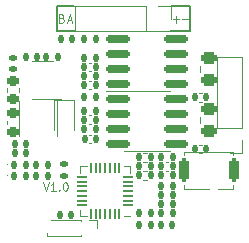
<source format=gbr>
%TF.GenerationSoftware,KiCad,Pcbnew,(6.0.7)*%
%TF.CreationDate,2024-01-02T21:25:37+08:00*%
%TF.ProjectId,stepper-motor-20,73746570-7065-4722-9d6d-6f746f722d32,1*%
%TF.SameCoordinates,PX6979f40PYa1135a0*%
%TF.FileFunction,Legend,Top*%
%TF.FilePolarity,Positive*%
%FSLAX46Y46*%
G04 Gerber Fmt 4.6, Leading zero omitted, Abs format (unit mm)*
G04 Created by KiCad (PCBNEW (6.0.7)) date 2024-01-02 21:25:37*
%MOMM*%
%LPD*%
G01*
G04 APERTURE LIST*
G04 Aperture macros list*
%AMRoundRect*
0 Rectangle with rounded corners*
0 $1 Rounding radius*
0 $2 $3 $4 $5 $6 $7 $8 $9 X,Y pos of 4 corners*
0 Add a 4 corners polygon primitive as box body*
4,1,4,$2,$3,$4,$5,$6,$7,$8,$9,$2,$3,0*
0 Add four circle primitives for the rounded corners*
1,1,$1+$1,$2,$3*
1,1,$1+$1,$4,$5*
1,1,$1+$1,$6,$7*
1,1,$1+$1,$8,$9*
0 Add four rect primitives between the rounded corners*
20,1,$1+$1,$2,$3,$4,$5,0*
20,1,$1+$1,$4,$5,$6,$7,0*
20,1,$1+$1,$6,$7,$8,$9,0*
20,1,$1+$1,$8,$9,$2,$3,0*%
G04 Aperture macros list end*
%ADD10C,0.150000*%
%ADD11C,0.100000*%
%ADD12C,0.120000*%
%ADD13RoundRect,0.147500X0.147500X0.172500X-0.147500X0.172500X-0.147500X-0.172500X0.147500X-0.172500X0*%
%ADD14RoundRect,0.147500X-0.147500X-0.172500X0.147500X-0.172500X0.147500X0.172500X-0.147500X0.172500X0*%
%ADD15RoundRect,0.147500X-0.172500X0.147500X-0.172500X-0.147500X0.172500X-0.147500X0.172500X0.147500X0*%
%ADD16RoundRect,0.140000X-0.140000X-0.170000X0.140000X-0.170000X0.140000X0.170000X-0.140000X0.170000X0*%
%ADD17RoundRect,0.140000X0.140000X0.170000X-0.140000X0.170000X-0.140000X-0.170000X0.140000X-0.170000X0*%
%ADD18RoundRect,0.225000X-0.250000X0.225000X-0.250000X-0.225000X0.250000X-0.225000X0.250000X0.225000X0*%
%ADD19R,0.450000X0.600000*%
%ADD20C,0.600000*%
%ADD21C,3.600000*%
%ADD22R,0.850000X0.850000*%
%ADD23O,0.850000X0.850000*%
%ADD24R,1.350000X1.350000*%
%ADD25O,1.350000X1.350000*%
%ADD26R,2.700000X0.800000*%
%ADD27RoundRect,0.243750X0.456250X-0.243750X0.456250X0.243750X-0.456250X0.243750X-0.456250X-0.243750X0*%
%ADD28RoundRect,0.147500X0.172500X-0.147500X0.172500X0.147500X-0.172500X0.147500X-0.172500X-0.147500X0*%
%ADD29RoundRect,0.050000X0.387500X0.050000X-0.387500X0.050000X-0.387500X-0.050000X0.387500X-0.050000X0*%
%ADD30RoundRect,0.050000X0.050000X0.387500X-0.050000X0.387500X-0.050000X-0.387500X0.050000X-0.387500X0*%
%ADD31R,2.600000X2.600000*%
%ADD32RoundRect,0.150000X-0.825000X-0.150000X0.825000X-0.150000X0.825000X0.150000X-0.825000X0.150000X0*%
%ADD33R,2.410000X3.300000*%
%ADD34R,1.060000X0.650000*%
%ADD35RoundRect,0.135000X-0.135000X-0.185000X0.135000X-0.185000X0.135000X0.185000X-0.135000X0.185000X0*%
%ADD36RoundRect,0.200000X-0.200000X-0.800000X0.200000X-0.800000X0.200000X0.800000X-0.200000X0.800000X0*%
%ADD37RoundRect,0.135000X0.135000X0.185000X-0.135000X0.185000X-0.135000X-0.185000X0.135000X-0.185000X0*%
%ADD38RoundRect,0.225000X0.250000X-0.225000X0.250000X0.225000X-0.250000X0.225000X-0.250000X-0.225000X0*%
G04 APERTURE END LIST*
D10*
X4419600Y19507200D02*
X4419600Y17373600D01*
X14060000Y19509200D02*
X15697200Y19507200D01*
X5892800Y19507200D02*
X4419600Y19507200D01*
X15697200Y19507200D02*
X15697200Y17424400D01*
X15697200Y17424400D02*
X14013000Y17419000D01*
X4419600Y17373600D02*
X5940000Y17389200D01*
D11*
X14211333Y18390400D02*
X14744666Y18390400D01*
X14478000Y18123734D02*
X14478000Y18657067D01*
X4825200Y18490400D02*
X4925200Y18457067D01*
X4958533Y18423734D01*
X4991866Y18357067D01*
X4991866Y18257067D01*
X4958533Y18190400D01*
X4925200Y18157067D01*
X4858533Y18123734D01*
X4591866Y18123734D01*
X4591866Y18823734D01*
X4825200Y18823734D01*
X4891866Y18790400D01*
X4925200Y18757067D01*
X4958533Y18690400D01*
X4958533Y18623734D01*
X4925200Y18557067D01*
X4891866Y18523734D01*
X4825200Y18490400D01*
X4591866Y18490400D01*
X3251333Y4599734D02*
X3484666Y3899734D01*
X3718000Y4599734D01*
X4318000Y3899734D02*
X3918000Y3899734D01*
X4118000Y3899734D02*
X4118000Y4599734D01*
X4051333Y4499734D01*
X3984666Y4433067D01*
X3918000Y4399734D01*
X4618000Y3966400D02*
X4651333Y3933067D01*
X4618000Y3899734D01*
X4584666Y3933067D01*
X4618000Y3966400D01*
X4618000Y3899734D01*
X5084666Y4599734D02*
X5151333Y4599734D01*
X5218000Y4566400D01*
X5251333Y4533067D01*
X5284666Y4466400D01*
X5318000Y4333067D01*
X5318000Y4166400D01*
X5284666Y4033067D01*
X5251333Y3966400D01*
X5218000Y3933067D01*
X5151333Y3899734D01*
X5084666Y3899734D01*
X5018000Y3933067D01*
X4984666Y3966400D01*
X4951333Y4033067D01*
X4918000Y4166400D01*
X4918000Y4333067D01*
X4951333Y4466400D01*
X4984666Y4533067D01*
X5018000Y4566400D01*
X5084666Y4599734D01*
X14973333Y18390400D02*
X15506666Y18390400D01*
X5319733Y18323734D02*
X5653066Y18323734D01*
X5253066Y18123734D02*
X5486400Y18823734D01*
X5719733Y18123734D01*
D12*
%TO.C,C12*%
X7126364Y9546000D02*
X7342036Y9546000D01*
X7126364Y10266000D02*
X7342036Y10266000D01*
%TO.C,C16*%
X7128764Y8640400D02*
X7344436Y8640400D01*
X7128764Y7920400D02*
X7344436Y7920400D01*
%TO.C,C19*%
X16668636Y7776800D02*
X16452964Y7776800D01*
X16668636Y7056800D02*
X16452964Y7056800D01*
%TO.C,C20*%
X16668636Y12145600D02*
X16452964Y12145600D01*
X16668636Y11425600D02*
X16452964Y11425600D01*
%TO.C,C24*%
X201200Y9810180D02*
X201200Y9529020D01*
X1221200Y9810180D02*
X1221200Y9529020D01*
%TO.C,C26*%
X13846836Y6303600D02*
X13631164Y6303600D01*
X13846836Y5583600D02*
X13631164Y5583600D01*
D11*
%TO.C,D1*%
X253000Y5159000D02*
G75*
G03*
X253000Y5159000I-50000J0D01*
G01*
%TO.C,D2*%
X253000Y6096000D02*
G75*
G03*
X253000Y6096000I-50000J0D01*
G01*
D12*
%TO.C,D3*%
X5879200Y11609200D02*
X4179200Y11609200D01*
X5879200Y11609200D02*
X5879200Y9059200D01*
X4179200Y11609200D02*
X4179200Y9059200D01*
%TO.C,J2*%
X7847800Y1406200D02*
X7847800Y711200D01*
X6477800Y16200D02*
X3602800Y16200D01*
X3602800Y1406200D02*
X3602800Y1105693D01*
X6477800Y1406200D02*
X3602800Y1406200D01*
X6477800Y102924D02*
X6477800Y16200D01*
X7162800Y1406200D02*
X7847800Y1406200D01*
X6477800Y1406200D02*
X6477800Y1319476D01*
X3602800Y316707D02*
X3602800Y16200D01*
%TO.C,J3*%
X20110000Y9176000D02*
X17990000Y9176000D01*
X20110000Y9176000D02*
X20110000Y15236000D01*
X20110000Y15236000D02*
X17990000Y15236000D01*
X20110000Y8176000D02*
X20110000Y7116000D01*
X17990000Y9176000D02*
X17990000Y15236000D01*
X20110000Y7116000D02*
X19050000Y7116000D01*
%TO.C,L1*%
X1244800Y11525200D02*
X1244800Y8525200D01*
X4444800Y11525200D02*
X4444800Y8525200D01*
%TO.C,R10*%
X16562000Y13965422D02*
X16562000Y14482578D01*
X17982000Y13965422D02*
X17982000Y14482578D01*
%TO.C,R11*%
X17982000Y9647422D02*
X17982000Y10164578D01*
X16562000Y9647422D02*
X16562000Y10164578D01*
%TO.C,U2*%
X10619000Y5970800D02*
X10619000Y5420800D01*
X6399000Y5970800D02*
X6399000Y5420800D01*
X10069000Y1750800D02*
X10619000Y1750800D01*
X6949000Y1750800D02*
X6399000Y1750800D01*
X10069000Y5970800D02*
X10619000Y5970800D01*
X6399000Y1750800D02*
X6399000Y2300800D01*
X6949000Y5970800D02*
X6399000Y5970800D01*
%TO.C,U3*%
X12063000Y12299000D02*
X10113000Y12299000D01*
X12063000Y17419000D02*
X14013000Y17419000D01*
X12063000Y12299000D02*
X14013000Y12299000D01*
X12063000Y17419000D02*
X8613000Y17419000D01*
%TO.C,U4*%
X12065000Y7219000D02*
X10115000Y7219000D01*
X12065000Y12339000D02*
X14015000Y12339000D01*
X12065000Y7219000D02*
X14015000Y7219000D01*
X12065000Y12339000D02*
X8615000Y12339000D01*
%TO.C,U5*%
X4075000Y14886400D02*
X2275000Y14886400D01*
X2275000Y11666400D02*
X4725000Y11666400D01*
%TO.C,R17*%
X11733559Y4801600D02*
X12040841Y4801600D01*
X11733559Y5561600D02*
X12040841Y5561600D01*
%TO.C,J1*%
X12000000Y19509200D02*
X12000000Y17389200D01*
X12000000Y17389200D02*
X5940000Y17389200D01*
X5940000Y19509200D02*
X5940000Y17389200D01*
X14060000Y19509200D02*
X14060000Y18449200D01*
X12000000Y19509200D02*
X5940000Y19509200D01*
X13000000Y19509200D02*
X14060000Y19509200D01*
%TO.C,C15*%
X7108164Y13187000D02*
X7323836Y13187000D01*
X7108164Y12467000D02*
X7323836Y12467000D01*
%TO.C,C11*%
X7108164Y13991000D02*
X7323836Y13991000D01*
X7108164Y14711000D02*
X7323836Y14711000D01*
%TO.C,SW1*%
X19342000Y4068800D02*
X15202000Y4068800D01*
X19342000Y7208800D02*
X19342000Y6908800D01*
X15202000Y6908800D02*
X15202000Y7208800D01*
X19342000Y4368800D02*
X19342000Y4068800D01*
X15202000Y7208800D02*
X19342000Y7208800D01*
X15202000Y4068800D02*
X15202000Y4368800D01*
%TO.C,C27*%
X11759364Y5583600D02*
X11975036Y5583600D01*
X11759364Y6303600D02*
X11975036Y6303600D01*
%TO.C,NTC1*%
X12040841Y6325600D02*
X11733559Y6325600D01*
X12040841Y7085600D02*
X11733559Y7085600D01*
%TO.C,C23*%
X201200Y12272220D02*
X201200Y12553380D01*
X1221200Y12272220D02*
X1221200Y12553380D01*
%TD*%
%LPC*%
D13*
%TO.C,C3*%
X14224000Y1981200D03*
X13254000Y1981200D03*
%TD*%
D14*
%TO.C,C4*%
X6728600Y11836400D03*
X7698600Y11836400D03*
%TD*%
%TO.C,C5*%
X4645800Y1828800D03*
X5615800Y1828800D03*
%TD*%
D15*
%TO.C,C6*%
X4978400Y6123800D03*
X4978400Y5153800D03*
%TD*%
D14*
%TO.C,C7*%
X11402200Y1016000D03*
X12372200Y1016000D03*
%TD*%
%TO.C,C8*%
X13254000Y4318000D03*
X14224000Y4318000D03*
%TD*%
D13*
%TO.C,C9*%
X14201000Y1016000D03*
X13231000Y1016000D03*
%TD*%
D14*
%TO.C,C10*%
X4747400Y16764000D03*
X5717400Y16764000D03*
%TD*%
D16*
%TO.C,C12*%
X6754200Y9906000D03*
X7714200Y9906000D03*
%TD*%
%TO.C,C16*%
X6756600Y8280400D03*
X7716600Y8280400D03*
%TD*%
D17*
%TO.C,C19*%
X17040800Y7416800D03*
X16080800Y7416800D03*
%TD*%
%TO.C,C20*%
X17040800Y11785600D03*
X16080800Y11785600D03*
%TD*%
D18*
%TO.C,C24*%
X711200Y10444600D03*
X711200Y8894600D03*
%TD*%
D17*
%TO.C,C26*%
X14219000Y5943600D03*
X13259000Y5943600D03*
%TD*%
D14*
%TO.C,D1*%
X808000Y5159000D03*
X1778000Y5159000D03*
%TD*%
%TO.C,D2*%
X808000Y6096000D03*
X1778000Y6096000D03*
%TD*%
D19*
%TO.C,D3*%
X5029200Y11159200D03*
X5029200Y9059200D03*
%TD*%
D20*
%TO.C,H1*%
X16582400Y3265200D03*
X17700000Y3773200D03*
X17700000Y826800D03*
X19173200Y2300000D03*
X18665200Y1182400D03*
X18665200Y3417600D03*
X16633200Y1284000D03*
X16226800Y2300000D03*
D21*
X17700000Y2300000D03*
%TD*%
D20*
%TO.C,H2*%
X2300000Y19173200D03*
X3265200Y16582400D03*
D21*
X2300000Y17700000D03*
D20*
X2300000Y16226800D03*
X3773200Y17700000D03*
X826800Y17700000D03*
X1233200Y16684000D03*
X3265200Y18817600D03*
X1182400Y18665200D03*
%TD*%
D21*
%TO.C,H3*%
X17700000Y17700000D03*
D20*
X18665200Y16582400D03*
X18665200Y18817600D03*
X16633200Y16684000D03*
X16226800Y17700000D03*
X17700000Y16226800D03*
X16582400Y18665200D03*
X17700000Y19173200D03*
X19173200Y17700000D03*
%TD*%
D22*
%TO.C,J2*%
X7162800Y711200D03*
D23*
X6162800Y711200D03*
X5162800Y711200D03*
X4162800Y711200D03*
%TD*%
D24*
%TO.C,J3*%
X19050000Y8176000D03*
D25*
X19050000Y10176000D03*
X19050000Y12176000D03*
X19050000Y14176000D03*
%TD*%
D26*
%TO.C,L1*%
X2844800Y11125200D03*
X2844800Y8925200D03*
%TD*%
D14*
%TO.C,R2*%
X2671000Y6096000D03*
X3641000Y6096000D03*
%TD*%
D13*
%TO.C,R3*%
X14224000Y2758200D03*
X13254000Y2758200D03*
%TD*%
D14*
%TO.C,R4*%
X11402200Y1981200D03*
X12372200Y1981200D03*
%TD*%
%TO.C,R5*%
X13254000Y3530000D03*
X14224000Y3530000D03*
%TD*%
%TO.C,R7*%
X6751600Y10668000D03*
X7721600Y10668000D03*
%TD*%
%TO.C,R9*%
X6751600Y9093200D03*
X7721600Y9093200D03*
%TD*%
D27*
%TO.C,R10*%
X17272000Y13286500D03*
X17272000Y15161500D03*
%TD*%
%TO.C,R11*%
X17272000Y8968500D03*
X17272000Y10843500D03*
%TD*%
D28*
%TO.C,R12*%
X711200Y14163000D03*
X711200Y15133000D03*
%TD*%
D14*
%TO.C,R13*%
X1801000Y15189200D03*
X2771000Y15189200D03*
%TD*%
%TO.C,R14*%
X3528200Y15189200D03*
X4498200Y15189200D03*
%TD*%
D13*
%TO.C,R15*%
X14224000Y6705600D03*
X13254000Y6705600D03*
%TD*%
%TO.C,R18*%
X7698600Y16764000D03*
X6728600Y16764000D03*
%TD*%
D14*
%TO.C,R19*%
X835800Y7874000D03*
X1805800Y7874000D03*
%TD*%
D29*
%TO.C,U2*%
X10446500Y2660800D03*
X10446500Y3060800D03*
X10446500Y3460800D03*
X10446500Y3860800D03*
X10446500Y4260800D03*
X10446500Y4660800D03*
X10446500Y5060800D03*
D30*
X9709000Y5798300D03*
X9309000Y5798300D03*
X8909000Y5798300D03*
X8509000Y5798300D03*
X8109000Y5798300D03*
X7709000Y5798300D03*
X7309000Y5798300D03*
D29*
X6571500Y5060800D03*
X6571500Y4660800D03*
X6571500Y4260800D03*
X6571500Y3860800D03*
X6571500Y3460800D03*
X6571500Y3060800D03*
X6571500Y2660800D03*
D30*
X7309000Y1923300D03*
X7709000Y1923300D03*
X8109000Y1923300D03*
X8509000Y1923300D03*
X8909000Y1923300D03*
X9309000Y1923300D03*
X9709000Y1923300D03*
D31*
X8509000Y3860800D03*
%TD*%
D32*
%TO.C,U3*%
X9588000Y16764000D03*
X9588000Y15494000D03*
X9588000Y14224000D03*
X9588000Y12954000D03*
X14538000Y12954000D03*
X14538000Y14224000D03*
X14538000Y15494000D03*
X14538000Y16764000D03*
D33*
X12063000Y14859000D03*
%TD*%
D32*
%TO.C,U4*%
X9590000Y11684000D03*
X9590000Y10414000D03*
X9590000Y9144000D03*
X9590000Y7874000D03*
X14540000Y7874000D03*
X14540000Y9144000D03*
X14540000Y10414000D03*
X14540000Y11684000D03*
D33*
X12065000Y9779000D03*
%TD*%
D34*
%TO.C,U5*%
X4275000Y12326400D03*
X4275000Y13276400D03*
X4275000Y14226400D03*
X2075000Y14226400D03*
X2075000Y13276400D03*
X2075000Y12326400D03*
%TD*%
D20*
%TO.C,H4*%
X3265200Y3417600D03*
X1182400Y3265200D03*
X826800Y2300000D03*
X3773200Y2300000D03*
X2300000Y826800D03*
X3265200Y1182400D03*
X2300000Y3773200D03*
D21*
X2300000Y2300000D03*
D20*
X1233200Y1284000D03*
%TD*%
D13*
%TO.C,R16*%
X14224000Y5181600D03*
X13254000Y5181600D03*
%TD*%
D35*
%TO.C,R17*%
X11377200Y5181600D03*
X12397200Y5181600D03*
%TD*%
D14*
%TO.C,R1*%
X2671000Y5159000D03*
X3641000Y5159000D03*
%TD*%
D13*
%TO.C,R20*%
X1805800Y7061200D03*
X835800Y7061200D03*
%TD*%
D14*
%TO.C,R6*%
X6731000Y15113000D03*
X7701000Y15113000D03*
%TD*%
D24*
%TO.C,J1*%
X13000000Y18449200D03*
D25*
X11000000Y18449200D03*
X9000000Y18449200D03*
X7000000Y18449200D03*
%TD*%
D14*
%TO.C,R8*%
X6731000Y13589000D03*
X7701000Y13589000D03*
%TD*%
D16*
%TO.C,C15*%
X6736000Y12827000D03*
X7696000Y12827000D03*
%TD*%
%TO.C,C11*%
X6736000Y14351000D03*
X7696000Y14351000D03*
%TD*%
D36*
%TO.C,SW1*%
X15172000Y5638800D03*
X19372000Y5638800D03*
%TD*%
D16*
%TO.C,C27*%
X11387200Y5943600D03*
X12347200Y5943600D03*
%TD*%
D37*
%TO.C,NTC1*%
X12397200Y6705600D03*
X11377200Y6705600D03*
%TD*%
D38*
%TO.C,C23*%
X711200Y11637800D03*
X711200Y13187800D03*
%TD*%
M02*

</source>
